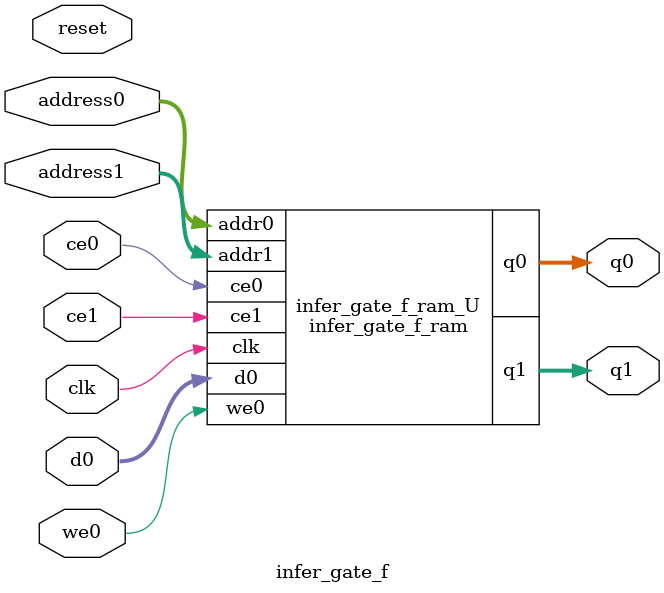
<source format=v>
`timescale 1 ns / 1 ps
module infer_gate_f_ram (addr0, ce0, d0, we0, q0, addr1, ce1, q1,  clk);

parameter DWIDTH = 32;
parameter AWIDTH = 6;
parameter MEM_SIZE = 64;

input[AWIDTH-1:0] addr0;
input ce0;
input[DWIDTH-1:0] d0;
input we0;
output reg[DWIDTH-1:0] q0;
input[AWIDTH-1:0] addr1;
input ce1;
output reg[DWIDTH-1:0] q1;
input clk;

(* ram_style = "block" *)reg [DWIDTH-1:0] ram[0:MEM_SIZE-1];




always @(posedge clk)  
begin 
    if (ce0) begin
        if (we0) 
            ram[addr0] <= d0; 
        q0 <= ram[addr0];
    end
end


always @(posedge clk)  
begin 
    if (ce1) begin
        q1 <= ram[addr1];
    end
end


endmodule

`timescale 1 ns / 1 ps
module infer_gate_f(
    reset,
    clk,
    address0,
    ce0,
    we0,
    d0,
    q0,
    address1,
    ce1,
    q1);

parameter DataWidth = 32'd32;
parameter AddressRange = 32'd64;
parameter AddressWidth = 32'd6;
input reset;
input clk;
input[AddressWidth - 1:0] address0;
input ce0;
input we0;
input[DataWidth - 1:0] d0;
output[DataWidth - 1:0] q0;
input[AddressWidth - 1:0] address1;
input ce1;
output[DataWidth - 1:0] q1;



infer_gate_f_ram infer_gate_f_ram_U(
    .clk( clk ),
    .addr0( address0 ),
    .ce0( ce0 ),
    .we0( we0 ),
    .d0( d0 ),
    .q0( q0 ),
    .addr1( address1 ),
    .ce1( ce1 ),
    .q1( q1 ));

endmodule


</source>
